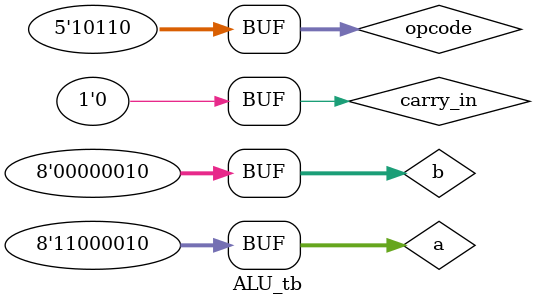
<source format=v>

module ALU
    // Parameters section
    #(parameter BUS_WIDTH = 8)
    // Ports section
    (input [BUS_WIDTH-1:0] a,
     input [BUS_WIDTH-1:0] b,
     input carry_in,
     input [4:0] opcode,
     output reg [BUS_WIDTH-1:0] y,
     output reg carry_out,
     output reg borrow,
     output zero,
     output parity,
     output reg invalid_op
    );
  
    // Define a list of opcodes
    //Arithmetic Operations
    localparam OP_ADD       = 1; // A + B
    localparam OP_ADD_CARRY = 2; // A + B + Carry
    localparam OP_2s_COMP=3; 	 // 2's complement of A
    localparam OP_SUB = 4;       // Subtract B from A
    localparam OP_INC = 5;       // Increment A
    localparam OP_DEC = 6;       // Decrement A
    localparam OP_MUL = 7;	 // Multiply A and B 
    localparam OP_DIV = 8;	 // Divide A by B
    localparam OP_MOD = 9;	 // A%B
    //Logical Operations
    localparam OP_AND = 10;       // Bitwise AND
    localparam OP_OR = 11;	 // Bitwise OR
    localparam OP_XOR = 12;	 // Bitwise XOR
    localparam OP_NOT = 13;      // Bitwise NOT (or) 1's complement
    localparam OP_ROL = 14;      // Rotate Left
    localparam OP_ROR = 15;      // Rotate Right  
    localparam OP_ASR = 16;	 // Arithmetic Shift Right by one bit
    localparam OP_ASL = 17;	 // Arithmetic Shift Left by one bit
    localparam OP_LSR = 18;	 // Logical Shift Right by one bit
    localparam OP_LSL = 19;	 // Logical Shift Left by one bit
    localparam OP_EQ = 20;	 // Checks if A==B 
    localparam OP_GR = 21;	 // Checks if A>B 
    localparam OP_LS = 22;	 // Checks if A<B 

//`localparam` is used to define constants that are local to a module and cannot be overridden.
//`localparam` is similar to `parameter`, but with module scope.
  
    always @(*) begin
        y = 0; carry_out = 0; borrow = 0; invalid_op = 0;
        case (opcode)
        OP_ADD        :  begin y = a + b; end
        OP_ADD_CARRY  :  begin {carry_out, y} = a + b + carry_in; end
        OP_2s_COMP	  :  begin y = ~a + 1'b1; end
        OP_SUB        :  begin {borrow, y} = a - b; end
        OP_INC        :  begin {carry_out, y} = a + 1'b1; end
        OP_DEC        :  begin {borrow, y} = a - 1'b1; end
	OP_MUL	      :  begin y = a*b; end
	OP_DIV	      :  begin y = a/b; end
	OP_MOD	      :  begin y = a%b; end
        OP_AND        :  begin y = a & b; end
	OP_OR	      :  begin y = a | b; end 
	OP_XOR	      :  begin y = a ^ b; end
        OP_NOT        :  begin y = ~a; end
        OP_ROL        :  begin y = {a[BUS_WIDTH-2:0], a[BUS_WIDTH-1]}; end
        OP_ROR        :  begin y = {a[0], a[BUS_WIDTH-1:1]}; end
	OP_ASR	      :  begin y = a >>> 1; end
	OP_ASL	      :  begin y = a <<< 1; end
	OP_LSR	      :  begin y = a >> 1; end
	OP_LSL	      :  begin y = a << 1; end
	OP_EQ	      :  begin y = (a==b); end
	OP_GR	      :  begin y = (a>b); end
	OP_LS	      :  begin y = (a<b); end
        default	      : begin invalid_op = 1; y = 0; carry_out = 0; borrow = 0;  end
        endcase
    end
  
    assign parity = ^y;
    assign zero = (y == 0);
endmodule




`timescale 1us/1ns

module ALU_tb();
	
    // Testbench variables
    parameter BUS_WIDTH = 8; // paramter value cannot be changed during runtime. They can be changed during module instantiation
    reg  [4:0] opcode;
    reg [BUS_WIDTH-1:0] a, b;
    reg carry_in;
    wire [BUS_WIDTH-1:0] y;
    wire carry_out;
    wire borrow;
    wire zero;
    wire parity;
    wire invalid_op;

    // Instantiate the DUT 
    ALU
    // Parameters section
    #(.BUS_WIDTH(BUS_WIDTH))
    ALU0
   (.a(a),
   .b(b),
   .carry_in(carry_in),
   .opcode(opcode),
   .y(y),
   .carry_out(carry_out),
   .borrow(borrow),
   .zero(zero),
   .parity,
   .invalid_op(invalid_op)
    );
  
    // Create stimulus
    initial begin
        $monitor($time, " opcode = %d, a = %d, b = %d, y = %d, carry_out=%b, borrow=%b, zero=%b, parity=%b, invalid_op=%b", 
	                  opcode, a, b, y, carry_out, borrow, zero, parity, invalid_op);
	// Test default from case
	#1; $display("Testing Invalid Opcode");
		opcode = 0; 
        // Test OP_ADD
        #1  $display("a+b");
		opcode = 1; a = 9; b = 33; carry_in = 0; 
        // Test OP_ADD_CARRY
        #1  $display("a+b+carry_in");
		opcode = 2; a = 9; b = 33; carry_in = 1;     
	// Test OP_2s_COMP
        #1  $display("2's complement of a");
		opcode = 3; a = 8'b1001_0110;
        // Test OP_SUB
        #1  $display("a-b");
		opcode = 4; a = 65; b = 64; carry_in = 0; 
        #1 	opcode = 4; a = 65; b = 66; carry_in = 0; 
        // Test OP_INC
        #1  $display("a+1");
		opcode = 5; a = 233; b = 69; carry_in = 1; 
        // Test OP_DEC
        #1  $display("a-1");
		opcode = 6; a = 0; b = 3; carry_in = 0; 
	// Test OP_MUL
        #1  $display("a*b");
		opcode = 7; a = 9; b = 3; carry_in = 0;
	// Test OP_DIV
        #1  $display("a/b");
		opcode = 8; a = 9; b = 3; carry_in = 0;
	// Test OP_MOD
        #1  $display("Remainder of a/b");
		opcode = 9; a = 9; b = 2; carry_in = 0;
        // Test OP_AND
        #1  $display("a&b");
		opcode = 10; a = 8'b0000_0010; b = 8'b0000_0011; 
	// Test OP_OR
        #1  $display("a|b");
		opcode = 11; a = 8'b0000_0010; b = 8'b0000_0011;
	// Test OP_XOR
        #1  $display("a^b");
		opcode = 12; a = 8'b0000_0010; b = 8'b0000_0011;
        // Test OP_NOT
        #1  $display("~a");
		opcode = 13; a = 8'b1111_1111;  
	// Test OP_ROL
        #1  $display("Rotate Left a");
		opcode = 14; a = 8'b0000_0001; 
       // Test OP_ROR
        #1  $display("Rotate Right a");
		opcode = 15; a = 8'b1000_0000;
	// Test OP_ASR
        #1  $display("Arithmetic Shift Right a");
		opcode = 16; a = 8'b1000_0010;
	// Test OP_ASL
        #1  $display("Arithmetic Shift Left a");
		opcode = 17; a = 8'b1100_0010;
	// Test OP_LSR
        #1  $display("Logical Shift Right a");
		opcode = 18; a = 8'b1000_0010;
	// Test OP_LSL
        #1  $display("Logical Shift Left a");
		opcode = 19; a = 8'b1100_0010;
	// Test OP_EQ
        #1  $display("a==b");
		opcode = 20; a = 8'b1100_0010; b = 8'b0000_0010;
	// Test OP_GR
        #1  $display("a>b");
		opcode = 21; a = 8'b1100_0010; b = 8'b0000_0010;
	// Test OP_LS
        #1  $display("a<b");
		opcode = 22; a = 8'b1100_0010; b = 8'b0000_0010;
	end
endmodule 

</source>
